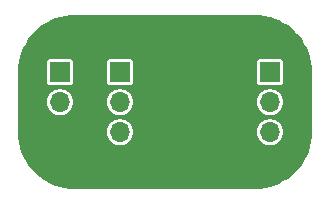
<source format=gbr>
%TF.GenerationSoftware,KiCad,Pcbnew,7.0.5*%
%TF.CreationDate,2023-12-18T16:36:39+02:00*%
%TF.ProjectId,Clock LTC6903,436c6f63-6b20-44c5-9443-363930332e6b,rev?*%
%TF.SameCoordinates,Original*%
%TF.FileFunction,Copper,L2,Bot*%
%TF.FilePolarity,Positive*%
%FSLAX46Y46*%
G04 Gerber Fmt 4.6, Leading zero omitted, Abs format (unit mm)*
G04 Created by KiCad (PCBNEW 7.0.5) date 2023-12-18 16:36:39*
%MOMM*%
%LPD*%
G01*
G04 APERTURE LIST*
%TA.AperFunction,ComponentPad*%
%ADD10R,1.700000X1.700000*%
%TD*%
%TA.AperFunction,ComponentPad*%
%ADD11O,1.700000X1.700000*%
%TD*%
G04 APERTURE END LIST*
D10*
%TO.P,J3,1,Pin_1*%
%TO.N,/SDI*%
X119380000Y-53340000D03*
D11*
%TO.P,J3,2,Pin_2*%
%TO.N,/SCK*%
X119380000Y-55880000D03*
%TO.P,J3,3,Pin_3*%
%TO.N,/~{SEN}*%
X119380000Y-58420000D03*
%TD*%
D10*
%TO.P,J1,1,Pin_1*%
%TO.N,/~{Reset}*%
X114300000Y-53340000D03*
D11*
%TO.P,J1,2,Pin_2*%
%TO.N,unconnected-(J1-Pin_2-Pad2)*%
X114300000Y-55880000D03*
%TO.P,J1,3,Pin_3*%
%TO.N,/GND*%
X114300000Y-58420000D03*
%TD*%
D10*
%TO.P,J2,1,Pin_1*%
%TO.N,/3.3V*%
X132080000Y-53340000D03*
D11*
%TO.P,J2,2,Pin_2*%
%TO.N,unconnected-(J2-Pin_2-Pad2)*%
X132080000Y-55880000D03*
%TO.P,J2,3,Pin_3*%
%TO.N,/CLK*%
X132080000Y-58420000D03*
%TD*%
%TA.AperFunction,Conductor*%
%TO.N,/GND*%
G36*
X130811351Y-48510556D02*
G01*
X131228236Y-48528757D01*
X131233589Y-48529226D01*
X131645967Y-48583516D01*
X131651268Y-48584451D01*
X132057331Y-48674473D01*
X132062529Y-48675866D01*
X132459208Y-48800938D01*
X132464288Y-48802787D01*
X132485202Y-48811450D01*
X132848552Y-48961954D01*
X132853422Y-48964225D01*
X133222350Y-49156277D01*
X133227028Y-49158979D01*
X133577807Y-49382449D01*
X133582235Y-49385549D01*
X133912203Y-49638743D01*
X133916335Y-49642211D01*
X134079798Y-49791996D01*
X134222989Y-49923206D01*
X134226801Y-49927019D01*
X134395212Y-50110808D01*
X134507780Y-50233654D01*
X134511259Y-50237799D01*
X134764450Y-50567764D01*
X134767549Y-50572190D01*
X134991015Y-50922960D01*
X134993713Y-50927632D01*
X135185763Y-51296555D01*
X135188050Y-51301460D01*
X135347209Y-51685705D01*
X135349060Y-51690790D01*
X135474126Y-52087447D01*
X135475527Y-52092674D01*
X135565545Y-52498722D01*
X135566485Y-52504051D01*
X135620771Y-52916390D01*
X135621243Y-52921781D01*
X135639439Y-53338553D01*
X135639498Y-53341257D01*
X135639498Y-58418644D01*
X135639439Y-58421348D01*
X135621238Y-58838213D01*
X135620766Y-58843604D01*
X135566481Y-59255943D01*
X135565541Y-59261272D01*
X135475522Y-59667323D01*
X135474122Y-59672550D01*
X135349058Y-60069201D01*
X135347207Y-60074286D01*
X135188047Y-60458534D01*
X135185760Y-60463438D01*
X134993721Y-60832340D01*
X134991015Y-60837026D01*
X134767545Y-61187805D01*
X134764441Y-61192238D01*
X134511262Y-61522188D01*
X134507783Y-61526333D01*
X134226799Y-61832973D01*
X134222973Y-61836799D01*
X133916333Y-62117783D01*
X133912188Y-62121262D01*
X133582238Y-62374441D01*
X133577805Y-62377545D01*
X133227026Y-62601015D01*
X133222340Y-62603721D01*
X132853438Y-62795760D01*
X132848534Y-62798047D01*
X132464286Y-62957207D01*
X132459201Y-62959058D01*
X132062550Y-63084122D01*
X132057323Y-63085522D01*
X131651272Y-63175541D01*
X131645943Y-63176481D01*
X131233604Y-63230766D01*
X131228213Y-63231238D01*
X130811349Y-63249439D01*
X130808645Y-63249498D01*
X115571348Y-63249498D01*
X115568644Y-63249439D01*
X115151781Y-63231240D01*
X115146390Y-63230768D01*
X114734052Y-63176482D01*
X114728723Y-63175542D01*
X114322674Y-63085524D01*
X114317455Y-63084126D01*
X114060473Y-63003100D01*
X113920791Y-62959058D01*
X113915706Y-62957207D01*
X113694946Y-62865765D01*
X113531455Y-62798044D01*
X113526565Y-62795764D01*
X113157634Y-62603710D01*
X113152967Y-62601015D01*
X112802190Y-62377545D01*
X112797766Y-62374447D01*
X112763352Y-62348040D01*
X112467798Y-62121253D01*
X112463663Y-62117783D01*
X112157023Y-61836799D01*
X112153197Y-61832973D01*
X111872213Y-61526333D01*
X111868745Y-61522201D01*
X111615551Y-61192233D01*
X111612451Y-61187805D01*
X111388982Y-60837027D01*
X111386276Y-60832341D01*
X111194228Y-60463421D01*
X111191957Y-60458551D01*
X111032789Y-60074285D01*
X111030940Y-60069204D01*
X111030939Y-60069201D01*
X110905867Y-59672524D01*
X110904475Y-59667323D01*
X110814454Y-59261267D01*
X110813519Y-59255966D01*
X110759229Y-58843588D01*
X110758760Y-58838235D01*
X110740554Y-58421252D01*
X110740527Y-58420000D01*
X118274785Y-58420000D01*
X118293602Y-58623082D01*
X118349417Y-58819247D01*
X118349422Y-58819260D01*
X118440327Y-59001821D01*
X118563237Y-59164581D01*
X118713958Y-59301980D01*
X118713960Y-59301982D01*
X118813141Y-59363392D01*
X118887363Y-59409348D01*
X119077544Y-59483024D01*
X119278024Y-59520500D01*
X119278026Y-59520500D01*
X119481974Y-59520500D01*
X119481976Y-59520500D01*
X119682456Y-59483024D01*
X119872637Y-59409348D01*
X120046041Y-59301981D01*
X120196764Y-59164579D01*
X120319673Y-59001821D01*
X120410582Y-58819250D01*
X120466397Y-58623083D01*
X120485215Y-58420000D01*
X130974785Y-58420000D01*
X130993602Y-58623082D01*
X131049417Y-58819247D01*
X131049422Y-58819260D01*
X131140327Y-59001821D01*
X131263237Y-59164581D01*
X131413958Y-59301980D01*
X131413960Y-59301982D01*
X131513141Y-59363392D01*
X131587363Y-59409348D01*
X131777544Y-59483024D01*
X131978024Y-59520500D01*
X131978026Y-59520500D01*
X132181974Y-59520500D01*
X132181976Y-59520500D01*
X132382456Y-59483024D01*
X132572637Y-59409348D01*
X132746041Y-59301981D01*
X132896764Y-59164579D01*
X133019673Y-59001821D01*
X133110582Y-58819250D01*
X133166397Y-58623083D01*
X133185215Y-58420000D01*
X133166397Y-58216917D01*
X133110582Y-58020750D01*
X133019673Y-57838179D01*
X132896764Y-57675421D01*
X132896762Y-57675418D01*
X132746041Y-57538019D01*
X132746039Y-57538017D01*
X132572642Y-57430655D01*
X132572635Y-57430651D01*
X132477546Y-57393814D01*
X132382456Y-57356976D01*
X132181976Y-57319500D01*
X131978024Y-57319500D01*
X131777544Y-57356976D01*
X131777541Y-57356976D01*
X131777541Y-57356977D01*
X131587364Y-57430651D01*
X131587357Y-57430655D01*
X131413960Y-57538017D01*
X131413958Y-57538019D01*
X131263237Y-57675418D01*
X131140327Y-57838178D01*
X131049422Y-58020739D01*
X131049417Y-58020752D01*
X130993602Y-58216917D01*
X130974785Y-58419999D01*
X130974785Y-58420000D01*
X120485215Y-58420000D01*
X120466397Y-58216917D01*
X120410582Y-58020750D01*
X120319673Y-57838179D01*
X120196764Y-57675421D01*
X120196762Y-57675418D01*
X120046041Y-57538019D01*
X120046039Y-57538017D01*
X119872642Y-57430655D01*
X119872635Y-57430651D01*
X119777546Y-57393814D01*
X119682456Y-57356976D01*
X119481976Y-57319500D01*
X119278024Y-57319500D01*
X119077544Y-57356976D01*
X119077541Y-57356976D01*
X119077541Y-57356977D01*
X118887364Y-57430651D01*
X118887357Y-57430655D01*
X118713960Y-57538017D01*
X118713958Y-57538019D01*
X118563237Y-57675418D01*
X118440327Y-57838178D01*
X118349422Y-58020739D01*
X118349417Y-58020752D01*
X118293602Y-58216917D01*
X118274785Y-58419999D01*
X118274785Y-58420000D01*
X110740527Y-58420000D01*
X110740496Y-58418563D01*
X110740496Y-58375830D01*
X110740496Y-57319500D01*
X110740496Y-55880000D01*
X113194785Y-55880000D01*
X113213602Y-56083082D01*
X113269417Y-56279247D01*
X113269422Y-56279260D01*
X113360327Y-56461821D01*
X113483237Y-56624581D01*
X113633958Y-56761980D01*
X113633960Y-56761982D01*
X113733141Y-56823392D01*
X113807363Y-56869348D01*
X113997544Y-56943024D01*
X114198024Y-56980500D01*
X114198026Y-56980500D01*
X114401974Y-56980500D01*
X114401976Y-56980500D01*
X114602456Y-56943024D01*
X114792637Y-56869348D01*
X114966041Y-56761981D01*
X115116764Y-56624579D01*
X115239673Y-56461821D01*
X115330582Y-56279250D01*
X115386397Y-56083083D01*
X115405215Y-55880000D01*
X118274785Y-55880000D01*
X118293602Y-56083082D01*
X118349417Y-56279247D01*
X118349422Y-56279260D01*
X118440327Y-56461821D01*
X118563237Y-56624581D01*
X118713958Y-56761980D01*
X118713960Y-56761982D01*
X118813141Y-56823392D01*
X118887363Y-56869348D01*
X119077544Y-56943024D01*
X119278024Y-56980500D01*
X119278026Y-56980500D01*
X119481974Y-56980500D01*
X119481976Y-56980500D01*
X119682456Y-56943024D01*
X119872637Y-56869348D01*
X120046041Y-56761981D01*
X120196764Y-56624579D01*
X120319673Y-56461821D01*
X120410582Y-56279250D01*
X120466397Y-56083083D01*
X120485215Y-55880000D01*
X130974785Y-55880000D01*
X130993602Y-56083082D01*
X131049417Y-56279247D01*
X131049422Y-56279260D01*
X131140327Y-56461821D01*
X131263237Y-56624581D01*
X131413958Y-56761980D01*
X131413960Y-56761982D01*
X131513141Y-56823392D01*
X131587363Y-56869348D01*
X131777544Y-56943024D01*
X131978024Y-56980500D01*
X131978026Y-56980500D01*
X132181974Y-56980500D01*
X132181976Y-56980500D01*
X132382456Y-56943024D01*
X132572637Y-56869348D01*
X132746041Y-56761981D01*
X132896764Y-56624579D01*
X133019673Y-56461821D01*
X133110582Y-56279250D01*
X133166397Y-56083083D01*
X133185215Y-55880000D01*
X133166397Y-55676917D01*
X133110582Y-55480750D01*
X133019673Y-55298179D01*
X132896764Y-55135421D01*
X132896762Y-55135418D01*
X132746041Y-54998019D01*
X132746039Y-54998017D01*
X132572642Y-54890655D01*
X132572635Y-54890651D01*
X132477546Y-54853814D01*
X132382456Y-54816976D01*
X132181976Y-54779500D01*
X131978024Y-54779500D01*
X131777544Y-54816976D01*
X131777541Y-54816976D01*
X131777541Y-54816977D01*
X131587364Y-54890651D01*
X131587357Y-54890655D01*
X131413960Y-54998017D01*
X131413958Y-54998019D01*
X131263237Y-55135418D01*
X131140327Y-55298178D01*
X131049422Y-55480739D01*
X131049417Y-55480752D01*
X130993602Y-55676917D01*
X130974785Y-55879999D01*
X130974785Y-55880000D01*
X120485215Y-55880000D01*
X120466397Y-55676917D01*
X120410582Y-55480750D01*
X120319673Y-55298179D01*
X120196764Y-55135421D01*
X120196762Y-55135418D01*
X120046041Y-54998019D01*
X120046039Y-54998017D01*
X119872642Y-54890655D01*
X119872635Y-54890651D01*
X119777546Y-54853814D01*
X119682456Y-54816976D01*
X119481976Y-54779500D01*
X119278024Y-54779500D01*
X119077544Y-54816976D01*
X119077541Y-54816976D01*
X119077541Y-54816977D01*
X118887364Y-54890651D01*
X118887357Y-54890655D01*
X118713960Y-54998017D01*
X118713958Y-54998019D01*
X118563237Y-55135418D01*
X118440327Y-55298178D01*
X118349422Y-55480739D01*
X118349417Y-55480752D01*
X118293602Y-55676917D01*
X118274785Y-55879999D01*
X118274785Y-55880000D01*
X115405215Y-55880000D01*
X115386397Y-55676917D01*
X115330582Y-55480750D01*
X115239673Y-55298179D01*
X115116764Y-55135421D01*
X115116762Y-55135418D01*
X114966041Y-54998019D01*
X114966039Y-54998017D01*
X114792642Y-54890655D01*
X114792635Y-54890651D01*
X114697546Y-54853814D01*
X114602456Y-54816976D01*
X114401976Y-54779500D01*
X114198024Y-54779500D01*
X113997544Y-54816976D01*
X113997541Y-54816976D01*
X113997541Y-54816977D01*
X113807364Y-54890651D01*
X113807357Y-54890655D01*
X113633960Y-54998017D01*
X113633958Y-54998019D01*
X113483237Y-55135418D01*
X113360327Y-55298178D01*
X113269422Y-55480739D01*
X113269417Y-55480752D01*
X113213602Y-55676917D01*
X113194785Y-55879999D01*
X113194785Y-55880000D01*
X110740496Y-55880000D01*
X110740497Y-54214678D01*
X113199500Y-54214678D01*
X113214032Y-54287735D01*
X113214033Y-54287739D01*
X113214034Y-54287740D01*
X113269399Y-54370601D01*
X113352260Y-54425966D01*
X113352264Y-54425967D01*
X113425321Y-54440499D01*
X113425324Y-54440500D01*
X113425326Y-54440500D01*
X115174676Y-54440500D01*
X115174677Y-54440499D01*
X115247740Y-54425966D01*
X115330601Y-54370601D01*
X115385966Y-54287740D01*
X115400499Y-54214678D01*
X118279500Y-54214678D01*
X118294032Y-54287735D01*
X118294033Y-54287739D01*
X118294034Y-54287740D01*
X118349399Y-54370601D01*
X118432260Y-54425966D01*
X118432264Y-54425967D01*
X118505321Y-54440499D01*
X118505324Y-54440500D01*
X118505326Y-54440500D01*
X120254676Y-54440500D01*
X120254677Y-54440499D01*
X120327740Y-54425966D01*
X120410601Y-54370601D01*
X120465966Y-54287740D01*
X120480499Y-54214678D01*
X130979500Y-54214678D01*
X130994032Y-54287735D01*
X130994033Y-54287739D01*
X130994034Y-54287740D01*
X131049399Y-54370601D01*
X131132260Y-54425965D01*
X131132260Y-54425966D01*
X131132264Y-54425967D01*
X131205321Y-54440499D01*
X131205324Y-54440500D01*
X131205326Y-54440500D01*
X132954676Y-54440500D01*
X132954677Y-54440499D01*
X133027740Y-54425966D01*
X133110601Y-54370601D01*
X133165966Y-54287740D01*
X133180500Y-54214674D01*
X133180500Y-52465326D01*
X133180500Y-52465325D01*
X133180500Y-52465323D01*
X133180499Y-52465321D01*
X133165967Y-52392264D01*
X133165966Y-52392260D01*
X133110601Y-52309399D01*
X133027740Y-52254034D01*
X133027739Y-52254033D01*
X133027735Y-52254032D01*
X132954677Y-52239500D01*
X132954674Y-52239500D01*
X131205326Y-52239500D01*
X131205323Y-52239500D01*
X131132264Y-52254032D01*
X131132260Y-52254033D01*
X131049399Y-52309399D01*
X130994033Y-52392260D01*
X130994032Y-52392264D01*
X130979500Y-52465321D01*
X130979500Y-54214678D01*
X120480499Y-54214678D01*
X120480500Y-54214674D01*
X120480500Y-52465326D01*
X120480500Y-52465325D01*
X120480500Y-52465323D01*
X120480499Y-52465321D01*
X120465967Y-52392264D01*
X120465966Y-52392260D01*
X120465965Y-52392260D01*
X120410601Y-52309399D01*
X120327740Y-52254034D01*
X120327739Y-52254033D01*
X120327735Y-52254032D01*
X120254677Y-52239500D01*
X120254674Y-52239500D01*
X118505326Y-52239500D01*
X118505323Y-52239500D01*
X118432264Y-52254032D01*
X118432260Y-52254033D01*
X118349399Y-52309399D01*
X118294033Y-52392260D01*
X118294032Y-52392264D01*
X118279500Y-52465321D01*
X118279500Y-54214678D01*
X115400499Y-54214678D01*
X115400500Y-54214674D01*
X115400500Y-52465326D01*
X115400499Y-52465325D01*
X115400500Y-52465323D01*
X115400499Y-52465321D01*
X115385967Y-52392264D01*
X115385966Y-52392260D01*
X115385965Y-52392259D01*
X115330601Y-52309399D01*
X115247740Y-52254034D01*
X115247739Y-52254033D01*
X115247735Y-52254032D01*
X115174677Y-52239500D01*
X115174674Y-52239500D01*
X113425326Y-52239500D01*
X113425323Y-52239500D01*
X113352264Y-52254032D01*
X113352260Y-52254033D01*
X113269399Y-52309399D01*
X113214033Y-52392260D01*
X113214032Y-52392264D01*
X113199500Y-52465321D01*
X113199500Y-54214678D01*
X110740497Y-54214678D01*
X110740497Y-53341303D01*
X110740554Y-53338691D01*
X110758758Y-52921759D01*
X110759227Y-52916410D01*
X110813516Y-52504038D01*
X110814454Y-52498726D01*
X110904475Y-52092671D01*
X110905869Y-52087464D01*
X111030942Y-51690782D01*
X111032778Y-51685737D01*
X111191956Y-51301445D01*
X111194223Y-51296584D01*
X111386296Y-50927616D01*
X111388969Y-50922987D01*
X111612460Y-50572177D01*
X111615539Y-50567779D01*
X111868753Y-50237784D01*
X111872213Y-50233663D01*
X112153197Y-49927023D01*
X112157023Y-49923197D01*
X112463663Y-49642213D01*
X112467784Y-49638753D01*
X112797779Y-49385539D01*
X112802177Y-49382460D01*
X113152987Y-49158969D01*
X113157616Y-49156296D01*
X113526584Y-48964223D01*
X113531445Y-48961956D01*
X113915737Y-48802778D01*
X113920782Y-48800942D01*
X114317464Y-48675869D01*
X114322671Y-48674475D01*
X114728726Y-48584454D01*
X114734038Y-48583516D01*
X115146410Y-48529227D01*
X115151759Y-48528758D01*
X115568646Y-48510557D01*
X115571351Y-48510498D01*
X115665522Y-48510498D01*
X115665531Y-48510497D01*
X130808647Y-48510497D01*
X130811351Y-48510556D01*
G37*
%TD.AperFunction*%
%TD*%
M02*

</source>
